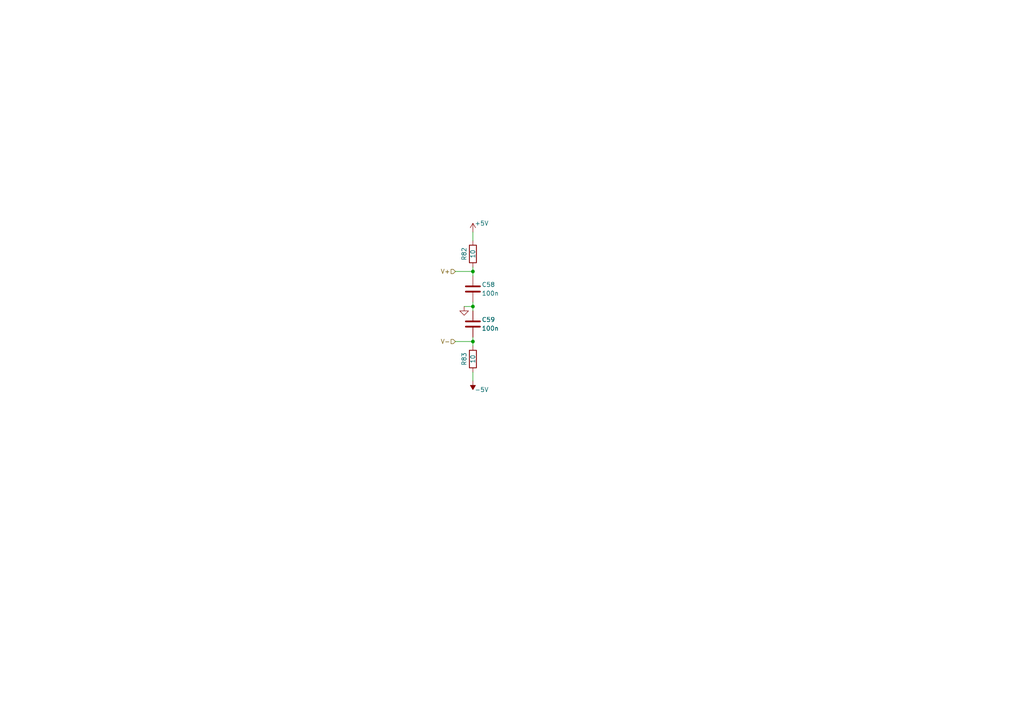
<source format=kicad_sch>
(kicad_sch (version 20230121) (generator eeschema)
  (paper "A4")
  (lib_symbols
    (symbol "Device:C" (pin_numbers hide) (pin_names (offset 0.254))
      (property "Reference" "C" (at 0.635 2.54 0))
      (property "Value" "C" (at 0.635 -2.54 0))
      (symbol "C_0_1"
        (polyline (pts (xy -2.032 -0.762) (xy 2.032 -0.762)) (stroke (width 0.508)))
        (polyline (pts (xy -2.032 0.762) (xy 2.032 0.762)) (stroke (width 0.508)))
      )
      (symbol "C_1_1"
        (pin passive line (at 0 3.81 270) (length 2.794) (name "~") (number "1"))
        (pin passive line (at 0 -3.81 90) (length 2.794) (name "~") (number "2"))
      )
    )
    (symbol "Device:R" (pin_numbers hide) (pin_names (offset 0))
      (property "Reference" "R" (at 2.032 0 90))
      (property "Value" "R" (at 0 0 90))
      (symbol "R_0_1"
        (rectangle (start -1.016 -2.54) (end 1.016 2.54) (stroke (width 0.254)))
      )
      (symbol "R_1_1"
        (pin passive line (at 0 3.81 270) (length 1.27) (name "~") (number "1"))
        (pin passive line (at 0 -3.81 90) (length 1.27) (name "~") (number "2"))
      )
    )
    (symbol "power:+5V" (power) (pin_names (offset 0))
      (property "Value" "+5V" (at 0 3.556 0))
      (symbol "+5V_0_1"
        (polyline (pts (xy -0.762 1.27) (xy 0 2.54)))
        (polyline (pts (xy 0 0) (xy 0 2.54)))
        (polyline (pts (xy 0 2.54) (xy 0.762 1.27)))
      )
      (symbol "+5V_1_1"
        (pin power_in line (at 0 0 90) (length 0) hide (name "+5V") (number "1"))
      )
    )
    (symbol "power:-5V" (power) (pin_names (offset 0))
      (property "Value" "-5V" (at 0 3.81 0))
      (symbol "-5V_0_0"
        (pin power_in line (at 0 0 90) (length 0) hide (name "-5V") (number "1"))
      )
      (symbol "-5V_0_1"
        (polyline (pts (xy 0 0) (xy 0 1.27) (xy 0.762 1.27) (xy 0 2.54) (xy -0.762 1.27) (xy 0 1.27)) (fill (type outline)))
      )
    )
    (symbol "power:GND" (power) (pin_names (offset 0))
      (property "Value" "GND" (at 0 -3.81 0))
      (symbol "GND_0_1"
        (polyline (pts (xy 0 0) (xy 0 -1.27) (xy 1.27 -1.27) (xy 0 -2.54) (xy -1.27 -1.27) (xy 0 -1.27)))
      )
      (symbol "GND_1_1"
        (pin power_in line (at 0 0 270) (length 0) hide (name "GND") (number "1"))
      )
    )
  )
  (junction (at 137.16 88.9))
  (junction (at 137.16 78.74))
  (junction (at 137.16 99.06))
  (wire (pts (xy 137.16 90.17) (xy 137.16 88.9)))
  (wire (pts (xy 137.16 99.06) (xy 137.16 100.33)))
  (wire (pts (xy 137.16 99.06) (xy 137.16 97.79)))
  (wire (pts (xy 137.16 78.74) (xy 137.16 80.01)))
  (wire (pts (xy 137.16 67.31) (xy 137.16 69.85)))
  (wire (pts (xy 137.16 88.9) (xy 137.16 87.63)))
  (wire (pts (xy 134.62 88.9) (xy 137.16 88.9)))
  (wire (pts (xy 137.16 110.49) (xy 137.16 107.95)))
  (wire (pts (xy 132.08 99.06) (xy 137.16 99.06)))
  (wire (pts (xy 137.16 78.74) (xy 137.16 77.47)))
  (wire (pts (xy 132.08 78.74) (xy 137.16 78.74)))
  (hierarchical_label "V+" (shape input) (at 132.08 78.74 180))
  (hierarchical_label "V-" (shape input) (at 132.08 99.06 180))
  (symbol (lib_id "Device:R") (at 137.16 104.14 180) (unit 1)
    (property "Reference" "R83" (at 134.62 104.14 90))
    (property "Value" "10" (at 137.16 104.14 90))
    (property "Footprint" "Resistor_SMD:R_1206_3216Metric_Pad1.30x1.75mm_HandSolder" (effects hide))
    (instances (project "QCM_driver" (path "" (reference "R83") (unit 1)) (path "" (reference "R39") (unit 1)) (path "" (reference "R103") (unit 1)) (path "" (reference "R107") (unit 1)) (path "" (reference "R37") (unit 1)) (path "" (reference "R101") (unit 1)) (path "" (reference "R105") (unit 1))))
  )
  (symbol (lib_id "Device:C") (at 137.16 93.98 0) (unit 1)
    (property "Reference" "C59" (at 139.7 92.71 0) (effects (justify left)))
    (property "Value" "100n" (at 139.7 95.25 0) (effects (justify left)))
    (property "Footprint" "Capacitor_SMD:C_1206_3216Metric" (effects hide))
    (instances (project "QCM_driver" (path "" (reference "C59") (unit 1)) (path "" (reference "C19") (unit 1)) (path "" (reference "C75") (unit 1)) (path "" (reference "C79") (unit 1)) (path "" (reference "C17") (unit 1)) (path "" (reference "C73") (unit 1)) (path "" (reference "C77") (unit 1))))
  )
  (symbol (lib_id "Device:C") (at 137.16 83.82 0) (unit 1)
    (property "Reference" "C58" (at 139.7 82.55 0) (effects (justify left)))
    (property "Value" "100n" (at 139.7 85.09 0) (effects (justify left)))
    (property "Footprint" "Capacitor_SMD:C_1206_3216Metric" (effects hide))
    (instances (project "QCM_driver" (path "" (reference "C58") (unit 1)) (path "" (reference "C18") (unit 1)) (path "" (reference "C74") (unit 1)) (path "" (reference "C78") (unit 1)) (path "" (reference "C16") (unit 1)) (path "" (reference "C72") (unit 1)) (path "" (reference "C76") (unit 1))))
  )
  (symbol (lib_id "power:+5V") (at 137.16 67.31 0) (unit 1)
    (property "Reference" "#PWR051" (effects hide))
    (property "Value" "+5V" (at 139.7 64.77 0))
    (instances (project "QCM_driver" (path "" (reference "#PWR051") (unit 1)) (path "" (reference "#PWR025") (unit 1)) (path "" (reference "#PWR028") (unit 1)) (path "" (reference "#PWR078") (unit 1)) (path "" (reference "#PWR081") (unit 1)) (path "" (reference "#PWR084") (unit 1)) (path "" (reference "#PWR087") (unit 1))))
  )
  (symbol (lib_id "Device:R") (at 137.16 73.66 180) (unit 1)
    (property "Reference" "R82" (at 134.62 73.66 90))
    (property "Value" "10" (at 137.16 73.66 90))
    (property "Footprint" "Resistor_SMD:R_1206_3216Metric_Pad1.30x1.75mm_HandSolder" (effects hide))
    (instances (project "QCM_driver" (path "" (reference "R82") (unit 1)) (path "" (reference "R38") (unit 1)) (path "" (reference "R102") (unit 1)) (path "" (reference "R106") (unit 1)) (path "" (reference "R36") (unit 1)) (path "" (reference "R100") (unit 1)) (path "" (reference "R104") (unit 1))))
  )
  (symbol (lib_id "power:-5V") (at 137.16 110.49 180) (unit 1)
    (property "Reference" "#PWR052" (effects hide))
    (property "Value" "-5V" (at 139.7 113.03 0))
    (instances (project "QCM_driver" (path "" (reference "#PWR052") (unit 1)) (path "" (reference "#PWR026") (unit 1)) (path "" (reference "#PWR029") (unit 1)) (path "" (reference "#PWR079") (unit 1)) (path "" (reference "#PWR082") (unit 1)) (path "" (reference "#PWR085") (unit 1)) (path "" (reference "#PWR088") (unit 1))))
  )
  (symbol (lib_id "power:GND") (at 134.62 88.9 0) (unit 1)
    (property "Reference" "#PWR050" (effects hide))
    (property "Value" "GND" (effects hide))
    (instances (project "QCM_driver" (path "" (reference "#PWR050") (unit 1)) (path "" (reference "#PWR024") (unit 1)) (path "" (reference "#PWR027") (unit 1)) (path "" (reference "#PWR077") (unit 1)) (path "" (reference "#PWR080") (unit 1)) (path "" (reference "#PWR083") (unit 1)) (path "" (reference "#PWR086") (unit 1))))
  )
)
</source>
